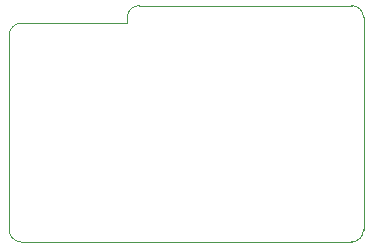
<source format=gbr>
G04 #@! TF.GenerationSoftware,KiCad,Pcbnew,(5.99.0-2119-g1c72042fc)*
G04 #@! TF.CreationDate,2020-07-24T01:25:01+02:00*
G04 #@! TF.ProjectId,ledCollar_PCB,6c656443-6f6c-46c6-9172-5f5043422e6b,rev?*
G04 #@! TF.SameCoordinates,Original*
G04 #@! TF.FileFunction,Profile,NP*
%FSLAX46Y46*%
G04 Gerber Fmt 4.6, Leading zero omitted, Abs format (unit mm)*
G04 Created by KiCad (PCBNEW (5.99.0-2119-g1c72042fc)) date 2020-07-24 01:25:01*
%MOMM*%
%LPD*%
G01*
G04 APERTURE LIST*
G04 #@! TA.AperFunction,Profile*
%ADD10C,0.050000*%
G04 #@! TD*
G04 APERTURE END LIST*
D10*
X100000000Y-102500000D02*
G75*
G02*
X101000000Y-101500000I1000000J0D01*
G01*
X110000000Y-101000000D02*
G75*
G02*
X111000000Y-100000000I1000000J0D01*
G01*
X129000000Y-100000000D02*
G75*
G02*
X130000000Y-101000000I0J-1000000D01*
G01*
X130000000Y-119000000D02*
G75*
G02*
X129000000Y-120000000I-1000000J0D01*
G01*
X101000000Y-120000000D02*
G75*
G02*
X100000000Y-119000000I0J1000000D01*
G01*
X111000000Y-100000000D02*
X129000000Y-100000000D01*
X100000000Y-102500000D02*
X100000000Y-119000000D01*
X110000000Y-101500000D02*
X110000000Y-101000000D01*
X101000000Y-101500000D02*
X110000000Y-101500000D01*
X129000000Y-120000000D02*
X101000000Y-120000000D01*
X130000000Y-101000000D02*
X130000000Y-119000000D01*
M02*

</source>
